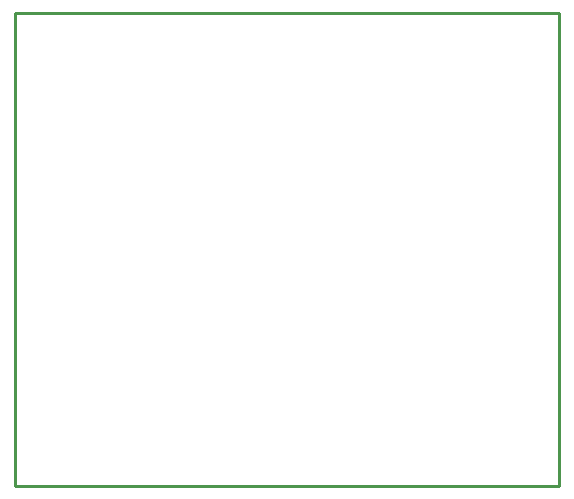
<source format=gbo>
G04 Layer_Color=32896*
%FSLAX42Y42*%
%MOMM*%
G71*
G01*
G75*
%ADD32C,0.25*%
D32*
X3000Y3500D02*
Y7500D01*
X7603D01*
Y3500D02*
Y7500D01*
X3000Y3500D02*
X7603D01*
M02*

</source>
